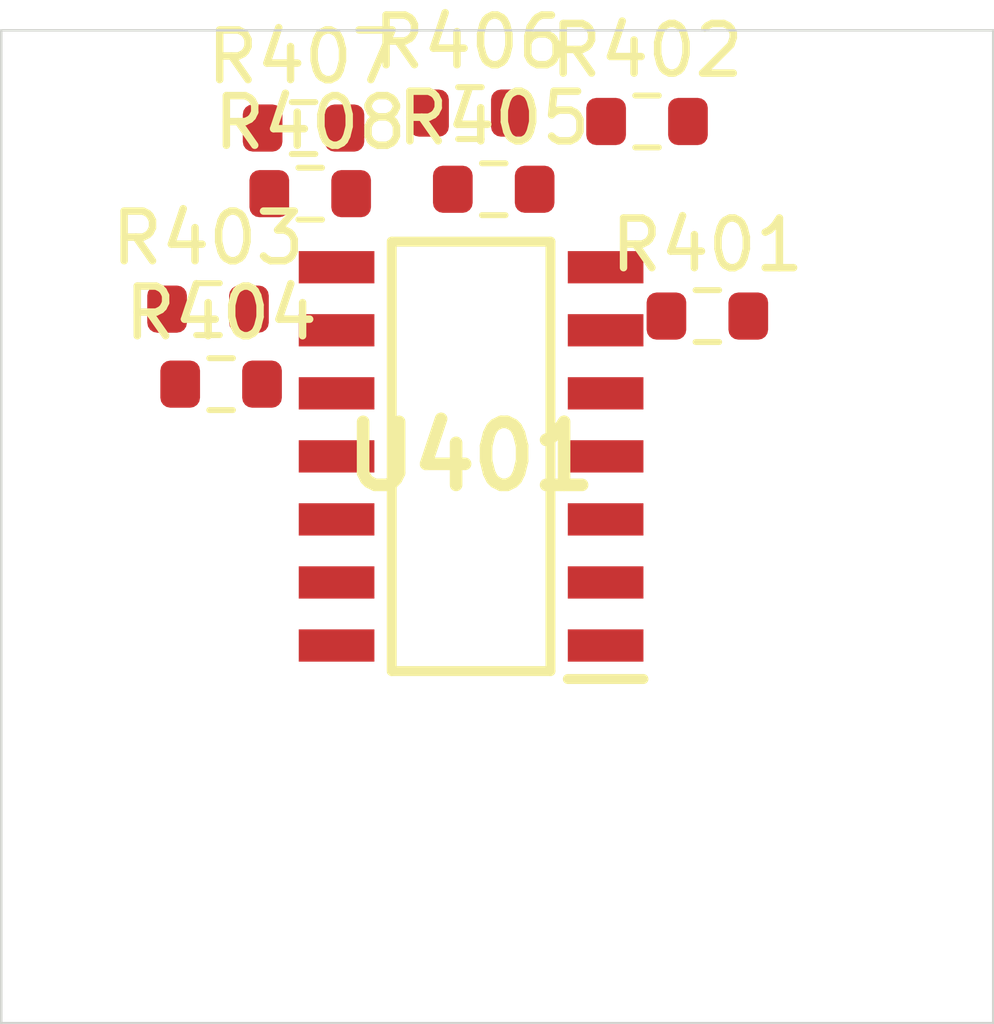
<source format=kicad_pcb>
 ( kicad_pcb  ( version 20171130 )
 ( host pcbnew 5.1.12-84ad8e8a86~92~ubuntu18.04.1 )
 ( general  ( thickness 1.6 )
 ( drawings 4 )
 ( tracks 0 )
 ( zones 0 )
 ( modules 9 )
 ( nets 14 )
)
 ( page A4 )
 ( layers  ( 0 F.Cu signal )
 ( 31 B.Cu signal )
 ( 32 B.Adhes user )
 ( 33 F.Adhes user )
 ( 34 B.Paste user )
 ( 35 F.Paste user )
 ( 36 B.SilkS user )
 ( 37 F.SilkS user )
 ( 38 B.Mask user )
 ( 39 F.Mask user )
 ( 40 Dwgs.User user )
 ( 41 Cmts.User user )
 ( 42 Eco1.User user )
 ( 43 Eco2.User user )
 ( 44 Edge.Cuts user )
 ( 45 Margin user )
 ( 46 B.CrtYd user )
 ( 47 F.CrtYd user )
 ( 48 B.Fab user )
 ( 49 F.Fab user )
)
 ( setup  ( last_trace_width 0.25 )
 ( trace_clearance 0.2 )
 ( zone_clearance 0.508 )
 ( zone_45_only no )
 ( trace_min 0.2 )
 ( via_size 0.8 )
 ( via_drill 0.4 )
 ( via_min_size 0.4 )
 ( via_min_drill 0.3 )
 ( uvia_size 0.3 )
 ( uvia_drill 0.1 )
 ( uvias_allowed no )
 ( uvia_min_size 0.2 )
 ( uvia_min_drill 0.1 )
 ( edge_width 0.05 )
 ( segment_width 0.2 )
 ( pcb_text_width 0.3 )
 ( pcb_text_size 1.5 1.5 )
 ( mod_edge_width 0.12 )
 ( mod_text_size 1 1 )
 ( mod_text_width 0.15 )
 ( pad_size 1.524 1.524 )
 ( pad_drill 0.762 )
 ( pad_to_mask_clearance 0 )
 ( aux_axis_origin 0 0 )
 ( visible_elements FFFFFF7F )
 ( pcbplotparams  ( layerselection 0x010fc_ffffffff )
 ( usegerberextensions false )
 ( usegerberattributes true )
 ( usegerberadvancedattributes true )
 ( creategerberjobfile true )
 ( excludeedgelayer true )
 ( linewidth 0.100000 )
 ( plotframeref false )
 ( viasonmask false )
 ( mode 1 )
 ( useauxorigin false )
 ( hpglpennumber 1 )
 ( hpglpenspeed 20 )
 ( hpglpendiameter 15.000000 )
 ( psnegative false )
 ( psa4output false )
 ( plotreference true )
 ( plotvalue true )
 ( plotinvisibletext false )
 ( padsonsilk false )
 ( subtractmaskfromsilk false )
 ( outputformat 1 )
 ( mirror false )
 ( drillshape 1 )
 ( scaleselection 1 )
 ( outputdirectory "" )
)
)
 ( net 0 "" )
 ( net 1 /Sheet6235D886/vp )
 ( net 2 /Sheet6248AD22/chn0 )
 ( net 3 /Sheet6248AD22/chn1 )
 ( net 4 /Sheet6248AD22/chn2 )
 ( net 5 /Sheet6248AD22/chn3 )
 ( net 6 "Net-(R401-Pad2)" )
 ( net 7 "Net-(R402-Pad2)" )
 ( net 8 "Net-(R403-Pad2)" )
 ( net 9 "Net-(R404-Pad2)" )
 ( net 10 /Sheet6248AD22/chn0_n )
 ( net 11 /Sheet6248AD22/chn1_n )
 ( net 12 /Sheet6248AD22/chn2_n )
 ( net 13 /Sheet6248AD22/chn3_n )
 ( net_class Default "This is the default net class."  ( clearance 0.2 )
 ( trace_width 0.25 )
 ( via_dia 0.8 )
 ( via_drill 0.4 )
 ( uvia_dia 0.3 )
 ( uvia_drill 0.1 )
 ( add_net /Sheet6235D886/vp )
 ( add_net /Sheet6248AD22/chn0 )
 ( add_net /Sheet6248AD22/chn0_n )
 ( add_net /Sheet6248AD22/chn1 )
 ( add_net /Sheet6248AD22/chn1_n )
 ( add_net /Sheet6248AD22/chn2 )
 ( add_net /Sheet6248AD22/chn2_n )
 ( add_net /Sheet6248AD22/chn3 )
 ( add_net /Sheet6248AD22/chn3_n )
 ( add_net "Net-(R401-Pad2)" )
 ( add_net "Net-(R402-Pad2)" )
 ( add_net "Net-(R403-Pad2)" )
 ( add_net "Net-(R404-Pad2)" )
)
 ( module Resistor_SMD:R_0603_1608Metric  ( layer F.Cu )
 ( tedit 5F68FEEE )
 ( tstamp 623425C8 )
 ( at 94.236600 105.756000 )
 ( descr "Resistor SMD 0603 (1608 Metric), square (rectangular) end terminal, IPC_7351 nominal, (Body size source: IPC-SM-782 page 72, https://www.pcb-3d.com/wordpress/wp-content/uploads/ipc-sm-782a_amendment_1_and_2.pdf), generated with kicad-footprint-generator" )
 ( tags resistor )
 ( path /6248AD23/6249ADFD )
 ( attr smd )
 ( fp_text reference R401  ( at 0 -1.43 )
 ( layer F.SilkS )
 ( effects  ( font  ( size 1 1 )
 ( thickness 0.15 )
)
)
)
 ( fp_text value 10M  ( at 0 1.43 )
 ( layer F.Fab )
 ( effects  ( font  ( size 1 1 )
 ( thickness 0.15 )
)
)
)
 ( fp_line  ( start -0.8 0.4125 )
 ( end -0.8 -0.4125 )
 ( layer F.Fab )
 ( width 0.1 )
)
 ( fp_line  ( start -0.8 -0.4125 )
 ( end 0.8 -0.4125 )
 ( layer F.Fab )
 ( width 0.1 )
)
 ( fp_line  ( start 0.8 -0.4125 )
 ( end 0.8 0.4125 )
 ( layer F.Fab )
 ( width 0.1 )
)
 ( fp_line  ( start 0.8 0.4125 )
 ( end -0.8 0.4125 )
 ( layer F.Fab )
 ( width 0.1 )
)
 ( fp_line  ( start -0.237258 -0.5225 )
 ( end 0.237258 -0.5225 )
 ( layer F.SilkS )
 ( width 0.12 )
)
 ( fp_line  ( start -0.237258 0.5225 )
 ( end 0.237258 0.5225 )
 ( layer F.SilkS )
 ( width 0.12 )
)
 ( fp_line  ( start -1.48 0.73 )
 ( end -1.48 -0.73 )
 ( layer F.CrtYd )
 ( width 0.05 )
)
 ( fp_line  ( start -1.48 -0.73 )
 ( end 1.48 -0.73 )
 ( layer F.CrtYd )
 ( width 0.05 )
)
 ( fp_line  ( start 1.48 -0.73 )
 ( end 1.48 0.73 )
 ( layer F.CrtYd )
 ( width 0.05 )
)
 ( fp_line  ( start 1.48 0.73 )
 ( end -1.48 0.73 )
 ( layer F.CrtYd )
 ( width 0.05 )
)
 ( fp_text user %R  ( at 0 0 )
 ( layer F.Fab )
 ( effects  ( font  ( size 0.4 0.4 )
 ( thickness 0.06 )
)
)
)
 ( pad 2 smd roundrect  ( at 0.825 0 )
 ( size 0.8 0.95 )
 ( layers F.Cu F.Mask F.Paste )
 ( roundrect_rratio 0.25 )
 ( net 6 "Net-(R401-Pad2)" )
)
 ( pad 1 smd roundrect  ( at -0.825 0 )
 ( size 0.8 0.95 )
 ( layers F.Cu F.Mask F.Paste )
 ( roundrect_rratio 0.25 )
 ( net 10 /Sheet6248AD22/chn0_n )
)
 ( model ${KISYS3DMOD}/Resistor_SMD.3dshapes/R_0603_1608Metric.wrl  ( at  ( xyz 0 0 0 )
)
 ( scale  ( xyz 1 1 1 )
)
 ( rotate  ( xyz 0 0 0 )
)
)
)
 ( module Resistor_SMD:R_0603_1608Metric  ( layer F.Cu )
 ( tedit 5F68FEEE )
 ( tstamp 623425D9 )
 ( at 93.020400 101.836000 )
 ( descr "Resistor SMD 0603 (1608 Metric), square (rectangular) end terminal, IPC_7351 nominal, (Body size source: IPC-SM-782 page 72, https://www.pcb-3d.com/wordpress/wp-content/uploads/ipc-sm-782a_amendment_1_and_2.pdf), generated with kicad-footprint-generator" )
 ( tags resistor )
 ( path /6248AD23/6249B75E )
 ( attr smd )
 ( fp_text reference R402  ( at 0 -1.43 )
 ( layer F.SilkS )
 ( effects  ( font  ( size 1 1 )
 ( thickness 0.15 )
)
)
)
 ( fp_text value 10M  ( at 0 1.43 )
 ( layer F.Fab )
 ( effects  ( font  ( size 1 1 )
 ( thickness 0.15 )
)
)
)
 ( fp_line  ( start 1.48 0.73 )
 ( end -1.48 0.73 )
 ( layer F.CrtYd )
 ( width 0.05 )
)
 ( fp_line  ( start 1.48 -0.73 )
 ( end 1.48 0.73 )
 ( layer F.CrtYd )
 ( width 0.05 )
)
 ( fp_line  ( start -1.48 -0.73 )
 ( end 1.48 -0.73 )
 ( layer F.CrtYd )
 ( width 0.05 )
)
 ( fp_line  ( start -1.48 0.73 )
 ( end -1.48 -0.73 )
 ( layer F.CrtYd )
 ( width 0.05 )
)
 ( fp_line  ( start -0.237258 0.5225 )
 ( end 0.237258 0.5225 )
 ( layer F.SilkS )
 ( width 0.12 )
)
 ( fp_line  ( start -0.237258 -0.5225 )
 ( end 0.237258 -0.5225 )
 ( layer F.SilkS )
 ( width 0.12 )
)
 ( fp_line  ( start 0.8 0.4125 )
 ( end -0.8 0.4125 )
 ( layer F.Fab )
 ( width 0.1 )
)
 ( fp_line  ( start 0.8 -0.4125 )
 ( end 0.8 0.4125 )
 ( layer F.Fab )
 ( width 0.1 )
)
 ( fp_line  ( start -0.8 -0.4125 )
 ( end 0.8 -0.4125 )
 ( layer F.Fab )
 ( width 0.1 )
)
 ( fp_line  ( start -0.8 0.4125 )
 ( end -0.8 -0.4125 )
 ( layer F.Fab )
 ( width 0.1 )
)
 ( fp_text user %R  ( at 0 0 )
 ( layer F.Fab )
 ( effects  ( font  ( size 0.4 0.4 )
 ( thickness 0.06 )
)
)
)
 ( pad 1 smd roundrect  ( at -0.825 0 )
 ( size 0.8 0.95 )
 ( layers F.Cu F.Mask F.Paste )
 ( roundrect_rratio 0.25 )
 ( net 11 /Sheet6248AD22/chn1_n )
)
 ( pad 2 smd roundrect  ( at 0.825 0 )
 ( size 0.8 0.95 )
 ( layers F.Cu F.Mask F.Paste )
 ( roundrect_rratio 0.25 )
 ( net 7 "Net-(R402-Pad2)" )
)
 ( model ${KISYS3DMOD}/Resistor_SMD.3dshapes/R_0603_1608Metric.wrl  ( at  ( xyz 0 0 0 )
)
 ( scale  ( xyz 1 1 1 )
)
 ( rotate  ( xyz 0 0 0 )
)
)
)
 ( module Resistor_SMD:R_0603_1608Metric  ( layer F.Cu )
 ( tedit 5F68FEEE )
 ( tstamp 623425EA )
 ( at 84.168900 105.616000 )
 ( descr "Resistor SMD 0603 (1608 Metric), square (rectangular) end terminal, IPC_7351 nominal, (Body size source: IPC-SM-782 page 72, https://www.pcb-3d.com/wordpress/wp-content/uploads/ipc-sm-782a_amendment_1_and_2.pdf), generated with kicad-footprint-generator" )
 ( tags resistor )
 ( path /6248AD23/6249FB7A )
 ( attr smd )
 ( fp_text reference R403  ( at 0 -1.43 )
 ( layer F.SilkS )
 ( effects  ( font  ( size 1 1 )
 ( thickness 0.15 )
)
)
)
 ( fp_text value 10M  ( at 0 1.43 )
 ( layer F.Fab )
 ( effects  ( font  ( size 1 1 )
 ( thickness 0.15 )
)
)
)
 ( fp_line  ( start 1.48 0.73 )
 ( end -1.48 0.73 )
 ( layer F.CrtYd )
 ( width 0.05 )
)
 ( fp_line  ( start 1.48 -0.73 )
 ( end 1.48 0.73 )
 ( layer F.CrtYd )
 ( width 0.05 )
)
 ( fp_line  ( start -1.48 -0.73 )
 ( end 1.48 -0.73 )
 ( layer F.CrtYd )
 ( width 0.05 )
)
 ( fp_line  ( start -1.48 0.73 )
 ( end -1.48 -0.73 )
 ( layer F.CrtYd )
 ( width 0.05 )
)
 ( fp_line  ( start -0.237258 0.5225 )
 ( end 0.237258 0.5225 )
 ( layer F.SilkS )
 ( width 0.12 )
)
 ( fp_line  ( start -0.237258 -0.5225 )
 ( end 0.237258 -0.5225 )
 ( layer F.SilkS )
 ( width 0.12 )
)
 ( fp_line  ( start 0.8 0.4125 )
 ( end -0.8 0.4125 )
 ( layer F.Fab )
 ( width 0.1 )
)
 ( fp_line  ( start 0.8 -0.4125 )
 ( end 0.8 0.4125 )
 ( layer F.Fab )
 ( width 0.1 )
)
 ( fp_line  ( start -0.8 -0.4125 )
 ( end 0.8 -0.4125 )
 ( layer F.Fab )
 ( width 0.1 )
)
 ( fp_line  ( start -0.8 0.4125 )
 ( end -0.8 -0.4125 )
 ( layer F.Fab )
 ( width 0.1 )
)
 ( fp_text user %R  ( at 0 0 )
 ( layer F.Fab )
 ( effects  ( font  ( size 0.4 0.4 )
 ( thickness 0.06 )
)
)
)
 ( pad 1 smd roundrect  ( at -0.825 0 )
 ( size 0.8 0.95 )
 ( layers F.Cu F.Mask F.Paste )
 ( roundrect_rratio 0.25 )
 ( net 12 /Sheet6248AD22/chn2_n )
)
 ( pad 2 smd roundrect  ( at 0.825 0 )
 ( size 0.8 0.95 )
 ( layers F.Cu F.Mask F.Paste )
 ( roundrect_rratio 0.25 )
 ( net 8 "Net-(R403-Pad2)" )
)
 ( model ${KISYS3DMOD}/Resistor_SMD.3dshapes/R_0603_1608Metric.wrl  ( at  ( xyz 0 0 0 )
)
 ( scale  ( xyz 1 1 1 )
)
 ( rotate  ( xyz 0 0 0 )
)
)
)
 ( module Resistor_SMD:R_0603_1608Metric  ( layer F.Cu )
 ( tedit 5F68FEEE )
 ( tstamp 623425FB )
 ( at 84.432900 107.127000 )
 ( descr "Resistor SMD 0603 (1608 Metric), square (rectangular) end terminal, IPC_7351 nominal, (Body size source: IPC-SM-782 page 72, https://www.pcb-3d.com/wordpress/wp-content/uploads/ipc-sm-782a_amendment_1_and_2.pdf), generated with kicad-footprint-generator" )
 ( tags resistor )
 ( path /6248AD23/6249FB74 )
 ( attr smd )
 ( fp_text reference R404  ( at 0 -1.43 )
 ( layer F.SilkS )
 ( effects  ( font  ( size 1 1 )
 ( thickness 0.15 )
)
)
)
 ( fp_text value 10M  ( at 0 1.43 )
 ( layer F.Fab )
 ( effects  ( font  ( size 1 1 )
 ( thickness 0.15 )
)
)
)
 ( fp_line  ( start -0.8 0.4125 )
 ( end -0.8 -0.4125 )
 ( layer F.Fab )
 ( width 0.1 )
)
 ( fp_line  ( start -0.8 -0.4125 )
 ( end 0.8 -0.4125 )
 ( layer F.Fab )
 ( width 0.1 )
)
 ( fp_line  ( start 0.8 -0.4125 )
 ( end 0.8 0.4125 )
 ( layer F.Fab )
 ( width 0.1 )
)
 ( fp_line  ( start 0.8 0.4125 )
 ( end -0.8 0.4125 )
 ( layer F.Fab )
 ( width 0.1 )
)
 ( fp_line  ( start -0.237258 -0.5225 )
 ( end 0.237258 -0.5225 )
 ( layer F.SilkS )
 ( width 0.12 )
)
 ( fp_line  ( start -0.237258 0.5225 )
 ( end 0.237258 0.5225 )
 ( layer F.SilkS )
 ( width 0.12 )
)
 ( fp_line  ( start -1.48 0.73 )
 ( end -1.48 -0.73 )
 ( layer F.CrtYd )
 ( width 0.05 )
)
 ( fp_line  ( start -1.48 -0.73 )
 ( end 1.48 -0.73 )
 ( layer F.CrtYd )
 ( width 0.05 )
)
 ( fp_line  ( start 1.48 -0.73 )
 ( end 1.48 0.73 )
 ( layer F.CrtYd )
 ( width 0.05 )
)
 ( fp_line  ( start 1.48 0.73 )
 ( end -1.48 0.73 )
 ( layer F.CrtYd )
 ( width 0.05 )
)
 ( fp_text user %R  ( at 0 0 )
 ( layer F.Fab )
 ( effects  ( font  ( size 0.4 0.4 )
 ( thickness 0.06 )
)
)
)
 ( pad 2 smd roundrect  ( at 0.825 0 )
 ( size 0.8 0.95 )
 ( layers F.Cu F.Mask F.Paste )
 ( roundrect_rratio 0.25 )
 ( net 9 "Net-(R404-Pad2)" )
)
 ( pad 1 smd roundrect  ( at -0.825 0 )
 ( size 0.8 0.95 )
 ( layers F.Cu F.Mask F.Paste )
 ( roundrect_rratio 0.25 )
 ( net 13 /Sheet6248AD22/chn3_n )
)
 ( model ${KISYS3DMOD}/Resistor_SMD.3dshapes/R_0603_1608Metric.wrl  ( at  ( xyz 0 0 0 )
)
 ( scale  ( xyz 1 1 1 )
)
 ( rotate  ( xyz 0 0 0 )
)
)
)
 ( module Resistor_SMD:R_0603_1608Metric  ( layer F.Cu )
 ( tedit 5F68FEEE )
 ( tstamp 6234260C )
 ( at 89.929300 103.201000 )
 ( descr "Resistor SMD 0603 (1608 Metric), square (rectangular) end terminal, IPC_7351 nominal, (Body size source: IPC-SM-782 page 72, https://www.pcb-3d.com/wordpress/wp-content/uploads/ipc-sm-782a_amendment_1_and_2.pdf), generated with kicad-footprint-generator" )
 ( tags resistor )
 ( path /6248AD23/62497F62 )
 ( attr smd )
 ( fp_text reference R405  ( at 0 -1.43 )
 ( layer F.SilkS )
 ( effects  ( font  ( size 1 1 )
 ( thickness 0.15 )
)
)
)
 ( fp_text value 750k  ( at 0 1.43 )
 ( layer F.Fab )
 ( effects  ( font  ( size 1 1 )
 ( thickness 0.15 )
)
)
)
 ( fp_line  ( start -0.8 0.4125 )
 ( end -0.8 -0.4125 )
 ( layer F.Fab )
 ( width 0.1 )
)
 ( fp_line  ( start -0.8 -0.4125 )
 ( end 0.8 -0.4125 )
 ( layer F.Fab )
 ( width 0.1 )
)
 ( fp_line  ( start 0.8 -0.4125 )
 ( end 0.8 0.4125 )
 ( layer F.Fab )
 ( width 0.1 )
)
 ( fp_line  ( start 0.8 0.4125 )
 ( end -0.8 0.4125 )
 ( layer F.Fab )
 ( width 0.1 )
)
 ( fp_line  ( start -0.237258 -0.5225 )
 ( end 0.237258 -0.5225 )
 ( layer F.SilkS )
 ( width 0.12 )
)
 ( fp_line  ( start -0.237258 0.5225 )
 ( end 0.237258 0.5225 )
 ( layer F.SilkS )
 ( width 0.12 )
)
 ( fp_line  ( start -1.48 0.73 )
 ( end -1.48 -0.73 )
 ( layer F.CrtYd )
 ( width 0.05 )
)
 ( fp_line  ( start -1.48 -0.73 )
 ( end 1.48 -0.73 )
 ( layer F.CrtYd )
 ( width 0.05 )
)
 ( fp_line  ( start 1.48 -0.73 )
 ( end 1.48 0.73 )
 ( layer F.CrtYd )
 ( width 0.05 )
)
 ( fp_line  ( start 1.48 0.73 )
 ( end -1.48 0.73 )
 ( layer F.CrtYd )
 ( width 0.05 )
)
 ( fp_text user %R  ( at 0 0 )
 ( layer F.Fab )
 ( effects  ( font  ( size 0.4 0.4 )
 ( thickness 0.06 )
)
)
)
 ( pad 2 smd roundrect  ( at 0.825 0 )
 ( size 0.8 0.95 )
 ( layers F.Cu F.Mask F.Paste )
 ( roundrect_rratio 0.25 )
 ( net 6 "Net-(R401-Pad2)" )
)
 ( pad 1 smd roundrect  ( at -0.825 0 )
 ( size 0.8 0.95 )
 ( layers F.Cu F.Mask F.Paste )
 ( roundrect_rratio 0.25 )
 ( net 1 /Sheet6235D886/vp )
)
 ( model ${KISYS3DMOD}/Resistor_SMD.3dshapes/R_0603_1608Metric.wrl  ( at  ( xyz 0 0 0 )
)
 ( scale  ( xyz 1 1 1 )
)
 ( rotate  ( xyz 0 0 0 )
)
)
)
 ( module Resistor_SMD:R_0603_1608Metric  ( layer F.Cu )
 ( tedit 5F68FEEE )
 ( tstamp 6234261D )
 ( at 89.449800 101.667000 )
 ( descr "Resistor SMD 0603 (1608 Metric), square (rectangular) end terminal, IPC_7351 nominal, (Body size source: IPC-SM-782 page 72, https://www.pcb-3d.com/wordpress/wp-content/uploads/ipc-sm-782a_amendment_1_and_2.pdf), generated with kicad-footprint-generator" )
 ( tags resistor )
 ( path /6248AD23/62499098 )
 ( attr smd )
 ( fp_text reference R406  ( at 0 -1.43 )
 ( layer F.SilkS )
 ( effects  ( font  ( size 1 1 )
 ( thickness 0.15 )
)
)
)
 ( fp_text value 750k  ( at 0 1.43 )
 ( layer F.Fab )
 ( effects  ( font  ( size 1 1 )
 ( thickness 0.15 )
)
)
)
 ( fp_line  ( start 1.48 0.73 )
 ( end -1.48 0.73 )
 ( layer F.CrtYd )
 ( width 0.05 )
)
 ( fp_line  ( start 1.48 -0.73 )
 ( end 1.48 0.73 )
 ( layer F.CrtYd )
 ( width 0.05 )
)
 ( fp_line  ( start -1.48 -0.73 )
 ( end 1.48 -0.73 )
 ( layer F.CrtYd )
 ( width 0.05 )
)
 ( fp_line  ( start -1.48 0.73 )
 ( end -1.48 -0.73 )
 ( layer F.CrtYd )
 ( width 0.05 )
)
 ( fp_line  ( start -0.237258 0.5225 )
 ( end 0.237258 0.5225 )
 ( layer F.SilkS )
 ( width 0.12 )
)
 ( fp_line  ( start -0.237258 -0.5225 )
 ( end 0.237258 -0.5225 )
 ( layer F.SilkS )
 ( width 0.12 )
)
 ( fp_line  ( start 0.8 0.4125 )
 ( end -0.8 0.4125 )
 ( layer F.Fab )
 ( width 0.1 )
)
 ( fp_line  ( start 0.8 -0.4125 )
 ( end 0.8 0.4125 )
 ( layer F.Fab )
 ( width 0.1 )
)
 ( fp_line  ( start -0.8 -0.4125 )
 ( end 0.8 -0.4125 )
 ( layer F.Fab )
 ( width 0.1 )
)
 ( fp_line  ( start -0.8 0.4125 )
 ( end -0.8 -0.4125 )
 ( layer F.Fab )
 ( width 0.1 )
)
 ( fp_text user %R  ( at 0 0 )
 ( layer F.Fab )
 ( effects  ( font  ( size 0.4 0.4 )
 ( thickness 0.06 )
)
)
)
 ( pad 1 smd roundrect  ( at -0.825 0 )
 ( size 0.8 0.95 )
 ( layers F.Cu F.Mask F.Paste )
 ( roundrect_rratio 0.25 )
 ( net 1 /Sheet6235D886/vp )
)
 ( pad 2 smd roundrect  ( at 0.825 0 )
 ( size 0.8 0.95 )
 ( layers F.Cu F.Mask F.Paste )
 ( roundrect_rratio 0.25 )
 ( net 7 "Net-(R402-Pad2)" )
)
 ( model ${KISYS3DMOD}/Resistor_SMD.3dshapes/R_0603_1608Metric.wrl  ( at  ( xyz 0 0 0 )
)
 ( scale  ( xyz 1 1 1 )
)
 ( rotate  ( xyz 0 0 0 )
)
)
)
 ( module Resistor_SMD:R_0603_1608Metric  ( layer F.Cu )
 ( tedit 5F68FEEE )
 ( tstamp 6234262E )
 ( at 86.094700 101.968000 )
 ( descr "Resistor SMD 0603 (1608 Metric), square (rectangular) end terminal, IPC_7351 nominal, (Body size source: IPC-SM-782 page 72, https://www.pcb-3d.com/wordpress/wp-content/uploads/ipc-sm-782a_amendment_1_and_2.pdf), generated with kicad-footprint-generator" )
 ( tags resistor )
 ( path /6248AD23/624A0FFB )
 ( attr smd )
 ( fp_text reference R407  ( at 0 -1.43 )
 ( layer F.SilkS )
 ( effects  ( font  ( size 1 1 )
 ( thickness 0.15 )
)
)
)
 ( fp_text value 1.5M  ( at 0 1.43 )
 ( layer F.Fab )
 ( effects  ( font  ( size 1 1 )
 ( thickness 0.15 )
)
)
)
 ( fp_line  ( start 1.48 0.73 )
 ( end -1.48 0.73 )
 ( layer F.CrtYd )
 ( width 0.05 )
)
 ( fp_line  ( start 1.48 -0.73 )
 ( end 1.48 0.73 )
 ( layer F.CrtYd )
 ( width 0.05 )
)
 ( fp_line  ( start -1.48 -0.73 )
 ( end 1.48 -0.73 )
 ( layer F.CrtYd )
 ( width 0.05 )
)
 ( fp_line  ( start -1.48 0.73 )
 ( end -1.48 -0.73 )
 ( layer F.CrtYd )
 ( width 0.05 )
)
 ( fp_line  ( start -0.237258 0.5225 )
 ( end 0.237258 0.5225 )
 ( layer F.SilkS )
 ( width 0.12 )
)
 ( fp_line  ( start -0.237258 -0.5225 )
 ( end 0.237258 -0.5225 )
 ( layer F.SilkS )
 ( width 0.12 )
)
 ( fp_line  ( start 0.8 0.4125 )
 ( end -0.8 0.4125 )
 ( layer F.Fab )
 ( width 0.1 )
)
 ( fp_line  ( start 0.8 -0.4125 )
 ( end 0.8 0.4125 )
 ( layer F.Fab )
 ( width 0.1 )
)
 ( fp_line  ( start -0.8 -0.4125 )
 ( end 0.8 -0.4125 )
 ( layer F.Fab )
 ( width 0.1 )
)
 ( fp_line  ( start -0.8 0.4125 )
 ( end -0.8 -0.4125 )
 ( layer F.Fab )
 ( width 0.1 )
)
 ( fp_text user %R  ( at 0 0 )
 ( layer F.Fab )
 ( effects  ( font  ( size 0.4 0.4 )
 ( thickness 0.06 )
)
)
)
 ( pad 1 smd roundrect  ( at -0.825 0 )
 ( size 0.8 0.95 )
 ( layers F.Cu F.Mask F.Paste )
 ( roundrect_rratio 0.25 )
 ( net 1 /Sheet6235D886/vp )
)
 ( pad 2 smd roundrect  ( at 0.825 0 )
 ( size 0.8 0.95 )
 ( layers F.Cu F.Mask F.Paste )
 ( roundrect_rratio 0.25 )
 ( net 8 "Net-(R403-Pad2)" )
)
 ( model ${KISYS3DMOD}/Resistor_SMD.3dshapes/R_0603_1608Metric.wrl  ( at  ( xyz 0 0 0 )
)
 ( scale  ( xyz 1 1 1 )
)
 ( rotate  ( xyz 0 0 0 )
)
)
)
 ( module Resistor_SMD:R_0603_1608Metric  ( layer F.Cu )
 ( tedit 5F68FEEE )
 ( tstamp 6234263F )
 ( at 86.229500 103.290000 )
 ( descr "Resistor SMD 0603 (1608 Metric), square (rectangular) end terminal, IPC_7351 nominal, (Body size source: IPC-SM-782 page 72, https://www.pcb-3d.com/wordpress/wp-content/uploads/ipc-sm-782a_amendment_1_and_2.pdf), generated with kicad-footprint-generator" )
 ( tags resistor )
 ( path /6248AD23/624A093C )
 ( attr smd )
 ( fp_text reference R408  ( at 0 -1.43 )
 ( layer F.SilkS )
 ( effects  ( font  ( size 1 1 )
 ( thickness 0.15 )
)
)
)
 ( fp_text value 1.5M  ( at 0 1.43 )
 ( layer F.Fab )
 ( effects  ( font  ( size 1 1 )
 ( thickness 0.15 )
)
)
)
 ( fp_line  ( start -0.8 0.4125 )
 ( end -0.8 -0.4125 )
 ( layer F.Fab )
 ( width 0.1 )
)
 ( fp_line  ( start -0.8 -0.4125 )
 ( end 0.8 -0.4125 )
 ( layer F.Fab )
 ( width 0.1 )
)
 ( fp_line  ( start 0.8 -0.4125 )
 ( end 0.8 0.4125 )
 ( layer F.Fab )
 ( width 0.1 )
)
 ( fp_line  ( start 0.8 0.4125 )
 ( end -0.8 0.4125 )
 ( layer F.Fab )
 ( width 0.1 )
)
 ( fp_line  ( start -0.237258 -0.5225 )
 ( end 0.237258 -0.5225 )
 ( layer F.SilkS )
 ( width 0.12 )
)
 ( fp_line  ( start -0.237258 0.5225 )
 ( end 0.237258 0.5225 )
 ( layer F.SilkS )
 ( width 0.12 )
)
 ( fp_line  ( start -1.48 0.73 )
 ( end -1.48 -0.73 )
 ( layer F.CrtYd )
 ( width 0.05 )
)
 ( fp_line  ( start -1.48 -0.73 )
 ( end 1.48 -0.73 )
 ( layer F.CrtYd )
 ( width 0.05 )
)
 ( fp_line  ( start 1.48 -0.73 )
 ( end 1.48 0.73 )
 ( layer F.CrtYd )
 ( width 0.05 )
)
 ( fp_line  ( start 1.48 0.73 )
 ( end -1.48 0.73 )
 ( layer F.CrtYd )
 ( width 0.05 )
)
 ( fp_text user %R  ( at 0 0 )
 ( layer F.Fab )
 ( effects  ( font  ( size 0.4 0.4 )
 ( thickness 0.06 )
)
)
)
 ( pad 2 smd roundrect  ( at 0.825 0 )
 ( size 0.8 0.95 )
 ( layers F.Cu F.Mask F.Paste )
 ( roundrect_rratio 0.25 )
 ( net 9 "Net-(R404-Pad2)" )
)
 ( pad 1 smd roundrect  ( at -0.825 0 )
 ( size 0.8 0.95 )
 ( layers F.Cu F.Mask F.Paste )
 ( roundrect_rratio 0.25 )
 ( net 1 /Sheet6235D886/vp )
)
 ( model ${KISYS3DMOD}/Resistor_SMD.3dshapes/R_0603_1608Metric.wrl  ( at  ( xyz 0 0 0 )
)
 ( scale  ( xyz 1 1 1 )
)
 ( rotate  ( xyz 0 0 0 )
)
)
)
 ( module TL074HIDR:SOIC127P600X175-14N locked  ( layer F.Cu )
 ( tedit 62336F37 )
 ( tstamp 62342709 )
 ( at 89.472900 108.582000 180.000000 )
 ( descr "D (-R-PDSO-G14)" )
 ( tags "Integrated Circuit" )
 ( path /6248AD23/624976B2 )
 ( attr smd )
 ( fp_text reference U401  ( at 0 0 )
 ( layer F.SilkS )
 ( effects  ( font  ( size 1.27 1.27 )
 ( thickness 0.254 )
)
)
)
 ( fp_text value TL074  ( at 0 0 )
 ( layer F.SilkS )
hide  ( effects  ( font  ( size 1.27 1.27 )
 ( thickness 0.254 )
)
)
)
 ( fp_line  ( start -3.725 -4.625 )
 ( end 3.725 -4.625 )
 ( layer Dwgs.User )
 ( width 0.05 )
)
 ( fp_line  ( start 3.725 -4.625 )
 ( end 3.725 4.625 )
 ( layer Dwgs.User )
 ( width 0.05 )
)
 ( fp_line  ( start 3.725 4.625 )
 ( end -3.725 4.625 )
 ( layer Dwgs.User )
 ( width 0.05 )
)
 ( fp_line  ( start -3.725 4.625 )
 ( end -3.725 -4.625 )
 ( layer Dwgs.User )
 ( width 0.05 )
)
 ( fp_line  ( start -1.95 -4.325 )
 ( end 1.95 -4.325 )
 ( layer Dwgs.User )
 ( width 0.1 )
)
 ( fp_line  ( start 1.95 -4.325 )
 ( end 1.95 4.325 )
 ( layer Dwgs.User )
 ( width 0.1 )
)
 ( fp_line  ( start 1.95 4.325 )
 ( end -1.95 4.325 )
 ( layer Dwgs.User )
 ( width 0.1 )
)
 ( fp_line  ( start -1.95 4.325 )
 ( end -1.95 -4.325 )
 ( layer Dwgs.User )
 ( width 0.1 )
)
 ( fp_line  ( start -1.95 -3.055 )
 ( end -0.68 -4.325 )
 ( layer Dwgs.User )
 ( width 0.1 )
)
 ( fp_line  ( start -1.6 -4.325 )
 ( end 1.6 -4.325 )
 ( layer F.SilkS )
 ( width 0.2 )
)
 ( fp_line  ( start 1.6 -4.325 )
 ( end 1.6 4.325 )
 ( layer F.SilkS )
 ( width 0.2 )
)
 ( fp_line  ( start 1.6 4.325 )
 ( end -1.6 4.325 )
 ( layer F.SilkS )
 ( width 0.2 )
)
 ( fp_line  ( start -1.6 4.325 )
 ( end -1.6 -4.325 )
 ( layer F.SilkS )
 ( width 0.2 )
)
 ( fp_line  ( start -3.475 -4.485 )
 ( end -1.95 -4.485 )
 ( layer F.SilkS )
 ( width 0.2 )
)
 ( pad 1 smd rect  ( at -2.712 -3.81 270.000000 )
 ( size 0.65 1.525 )
 ( layers F.Cu F.Mask F.Paste )
 ( net 2 /Sheet6248AD22/chn0 )
)
 ( pad 2 smd rect  ( at -2.712 -2.54 270.000000 )
 ( size 0.65 1.525 )
 ( layers F.Cu F.Mask F.Paste )
 ( net 2 /Sheet6248AD22/chn0 )
)
 ( pad 3 smd rect  ( at -2.712 -1.27 270.000000 )
 ( size 0.65 1.525 )
 ( layers F.Cu F.Mask F.Paste )
 ( net 6 "Net-(R401-Pad2)" )
)
 ( pad 4 smd rect  ( at -2.712 0 270.000000 )
 ( size 0.65 1.525 )
 ( layers F.Cu F.Mask F.Paste )
)
 ( pad 5 smd rect  ( at -2.712 1.27 270.000000 )
 ( size 0.65 1.525 )
 ( layers F.Cu F.Mask F.Paste )
 ( net 7 "Net-(R402-Pad2)" )
)
 ( pad 6 smd rect  ( at -2.712 2.54 270.000000 )
 ( size 0.65 1.525 )
 ( layers F.Cu F.Mask F.Paste )
 ( net 3 /Sheet6248AD22/chn1 )
)
 ( pad 7 smd rect  ( at -2.712 3.81 270.000000 )
 ( size 0.65 1.525 )
 ( layers F.Cu F.Mask F.Paste )
 ( net 3 /Sheet6248AD22/chn1 )
)
 ( pad 8 smd rect  ( at 2.712 3.81 270.000000 )
 ( size 0.65 1.525 )
 ( layers F.Cu F.Mask F.Paste )
 ( net 4 /Sheet6248AD22/chn2 )
)
 ( pad 9 smd rect  ( at 2.712 2.54 270.000000 )
 ( size 0.65 1.525 )
 ( layers F.Cu F.Mask F.Paste )
 ( net 4 /Sheet6248AD22/chn2 )
)
 ( pad 10 smd rect  ( at 2.712 1.27 270.000000 )
 ( size 0.65 1.525 )
 ( layers F.Cu F.Mask F.Paste )
 ( net 8 "Net-(R403-Pad2)" )
)
 ( pad 11 smd rect  ( at 2.712 0 270.000000 )
 ( size 0.65 1.525 )
 ( layers F.Cu F.Mask F.Paste )
)
 ( pad 12 smd rect  ( at 2.712 -1.27 270.000000 )
 ( size 0.65 1.525 )
 ( layers F.Cu F.Mask F.Paste )
 ( net 9 "Net-(R404-Pad2)" )
)
 ( pad 13 smd rect  ( at 2.712 -2.54 270.000000 )
 ( size 0.65 1.525 )
 ( layers F.Cu F.Mask F.Paste )
 ( net 5 /Sheet6248AD22/chn3 )
)
 ( pad 14 smd rect  ( at 2.712 -3.81 270.000000 )
 ( size 0.65 1.525 )
 ( layers F.Cu F.Mask F.Paste )
 ( net 5 /Sheet6248AD22/chn3 )
)
)
 ( gr_line  ( start 100 100 )
 ( end 100 120 )
 ( layer Edge.Cuts )
 ( width 0.05 )
 ( tstamp 62E76D2A )
)
 ( gr_line  ( start 80 120 )
 ( end 100 120 )
 ( layer Edge.Cuts )
 ( width 0.05 )
 ( tstamp 62E76D27 )
)
 ( gr_line  ( start 80 100 )
 ( end 80 120 )
 ( layer Edge.Cuts )
 ( width 0.05 )
 ( tstamp 6234110C )
)
 ( gr_line  ( start 80 100 )
 ( end 100 100 )
 ( layer Edge.Cuts )
 ( width 0.05 )
)
)

</source>
